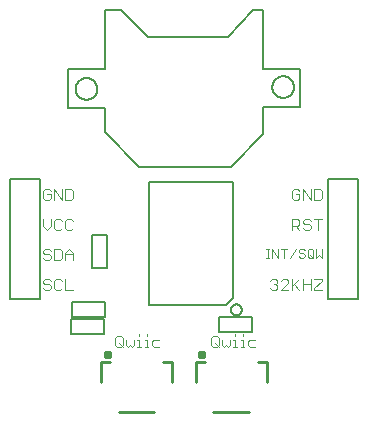
<source format=gbr>
G04 EAGLE Gerber RS-274X export*
G75*
%MOMM*%
%FSLAX34Y34*%
%LPD*%
%AMOC8*
5,1,8,0,0,1.08239X$1,22.5*%
G01*
%ADD10C,0.101600*%
%ADD11C,0.076200*%
%ADD12C,0.127000*%
%ADD13C,0.400000*%
%ADD14C,0.254000*%


D10*
X222972Y117355D02*
X224497Y118880D01*
X227548Y118880D01*
X229073Y117355D01*
X229073Y115829D01*
X227548Y114304D01*
X226023Y114304D01*
X227548Y114304D02*
X229073Y112779D01*
X229073Y111253D01*
X227548Y109728D01*
X224497Y109728D01*
X222972Y111253D01*
X232327Y109728D02*
X238428Y109728D01*
X232327Y109728D02*
X238428Y115829D01*
X238428Y117355D01*
X236903Y118880D01*
X233853Y118880D01*
X232327Y117355D01*
X241682Y118880D02*
X241682Y109728D01*
X241682Y112779D02*
X247784Y118880D01*
X243208Y114304D02*
X247784Y109728D01*
X251038Y109728D02*
X251038Y118880D01*
X251038Y114304D02*
X257139Y114304D01*
X257139Y118880D02*
X257139Y109728D01*
X260393Y118880D02*
X266494Y118880D01*
X266494Y117355D01*
X260393Y111253D01*
X260393Y109728D01*
X266494Y109728D01*
D11*
X222184Y137033D02*
X219727Y137033D01*
X220955Y137033D02*
X220955Y144405D01*
X219727Y144405D02*
X222184Y144405D01*
X224716Y144405D02*
X224716Y137033D01*
X229631Y137033D02*
X224716Y144405D01*
X229631Y144405D02*
X229631Y137033D01*
X234658Y137033D02*
X234658Y144405D01*
X237115Y144405D02*
X232200Y144405D01*
X239684Y137033D02*
X244599Y144405D01*
X250855Y144405D02*
X252083Y143177D01*
X250855Y144405D02*
X248397Y144405D01*
X247169Y143177D01*
X247169Y141948D01*
X248397Y140719D01*
X250855Y140719D01*
X252083Y139490D01*
X252083Y138262D01*
X250855Y137033D01*
X248397Y137033D01*
X247169Y138262D01*
X254653Y138262D02*
X254653Y143177D01*
X255881Y144405D01*
X258339Y144405D01*
X259568Y143177D01*
X259568Y138262D01*
X258339Y137033D01*
X255881Y137033D01*
X254653Y138262D01*
X257110Y139490D02*
X259568Y137033D01*
X262137Y137033D02*
X262137Y144405D01*
X264594Y139490D02*
X262137Y137033D01*
X264594Y139490D02*
X267052Y137033D01*
X267052Y144405D01*
D10*
X241682Y160528D02*
X241682Y169680D01*
X246258Y169680D01*
X247784Y168155D01*
X247784Y165104D01*
X246258Y163579D01*
X241682Y163579D01*
X244733Y163579D02*
X247784Y160528D01*
X255614Y169680D02*
X257139Y168155D01*
X255614Y169680D02*
X252563Y169680D01*
X251038Y168155D01*
X251038Y166629D01*
X252563Y165104D01*
X255614Y165104D01*
X257139Y163579D01*
X257139Y162053D01*
X255614Y160528D01*
X252563Y160528D01*
X251038Y162053D01*
X263443Y160528D02*
X263443Y169680D01*
X260393Y169680D02*
X266494Y169680D01*
X247784Y193555D02*
X246258Y195080D01*
X243208Y195080D01*
X241682Y193555D01*
X241682Y187453D01*
X243208Y185928D01*
X246258Y185928D01*
X247784Y187453D01*
X247784Y190504D01*
X244733Y190504D01*
X251038Y185928D02*
X251038Y195080D01*
X257139Y185928D01*
X257139Y195080D01*
X260393Y195080D02*
X260393Y185928D01*
X264969Y185928D01*
X266494Y187453D01*
X266494Y193555D01*
X264969Y195080D01*
X260393Y195080D01*
X37089Y193555D02*
X35564Y195080D01*
X32513Y195080D01*
X30988Y193555D01*
X30988Y187453D01*
X32513Y185928D01*
X35564Y185928D01*
X37089Y187453D01*
X37089Y190504D01*
X34039Y190504D01*
X40343Y185928D02*
X40343Y195080D01*
X46444Y185928D01*
X46444Y195080D01*
X49698Y195080D02*
X49698Y185928D01*
X54274Y185928D01*
X55800Y187453D01*
X55800Y193555D01*
X54274Y195080D01*
X49698Y195080D01*
X30988Y169680D02*
X30988Y163579D01*
X34039Y160528D01*
X37089Y163579D01*
X37089Y169680D01*
X44919Y169680D02*
X46444Y168155D01*
X44919Y169680D02*
X41868Y169680D01*
X40343Y168155D01*
X40343Y162053D01*
X41868Y160528D01*
X44919Y160528D01*
X46444Y162053D01*
X54274Y169680D02*
X55800Y168155D01*
X54274Y169680D02*
X51224Y169680D01*
X49698Y168155D01*
X49698Y162053D01*
X51224Y160528D01*
X54274Y160528D01*
X55800Y162053D01*
X37089Y142755D02*
X35564Y144280D01*
X32513Y144280D01*
X30988Y142755D01*
X30988Y141229D01*
X32513Y139704D01*
X35564Y139704D01*
X37089Y138179D01*
X37089Y136653D01*
X35564Y135128D01*
X32513Y135128D01*
X30988Y136653D01*
X40343Y135128D02*
X40343Y144280D01*
X40343Y135128D02*
X44919Y135128D01*
X46444Y136653D01*
X46444Y142755D01*
X44919Y144280D01*
X40343Y144280D01*
X49698Y141229D02*
X49698Y135128D01*
X49698Y141229D02*
X52749Y144280D01*
X55800Y141229D01*
X55800Y135128D01*
X55800Y139704D02*
X49698Y139704D01*
X35564Y118880D02*
X37089Y117355D01*
X35564Y118880D02*
X32513Y118880D01*
X30988Y117355D01*
X30988Y115829D01*
X32513Y114304D01*
X35564Y114304D01*
X37089Y112779D01*
X37089Y111253D01*
X35564Y109728D01*
X32513Y109728D01*
X30988Y111253D01*
X44919Y118880D02*
X46444Y117355D01*
X44919Y118880D02*
X41868Y118880D01*
X40343Y117355D01*
X40343Y111253D01*
X41868Y109728D01*
X44919Y109728D01*
X46444Y111253D01*
X49698Y109728D02*
X49698Y118880D01*
X49698Y109728D02*
X55800Y109728D01*
X91948Y69095D02*
X91948Y62993D01*
X91948Y69095D02*
X93473Y70620D01*
X96524Y70620D01*
X98049Y69095D01*
X98049Y62993D01*
X96524Y61468D01*
X93473Y61468D01*
X91948Y62993D01*
X94999Y64519D02*
X98049Y61468D01*
X101303Y62993D02*
X101303Y67569D01*
X101303Y62993D02*
X102828Y61468D01*
X104354Y62993D01*
X105879Y61468D01*
X107404Y62993D01*
X107404Y67569D01*
X110658Y67569D02*
X112184Y67569D01*
X112184Y61468D01*
X113709Y61468D02*
X110658Y61468D01*
X112184Y70620D02*
X112184Y72145D01*
X116895Y67569D02*
X118420Y67569D01*
X118420Y61468D01*
X116895Y61468D02*
X119946Y61468D01*
X118420Y70620D02*
X118420Y72145D01*
X124657Y67569D02*
X129233Y67569D01*
X124657Y67569D02*
X123132Y66044D01*
X123132Y62993D01*
X124657Y61468D01*
X129233Y61468D01*
X173228Y62993D02*
X173228Y69095D01*
X174753Y70620D01*
X177804Y70620D01*
X179329Y69095D01*
X179329Y62993D01*
X177804Y61468D01*
X174753Y61468D01*
X173228Y62993D01*
X176279Y64519D02*
X179329Y61468D01*
X182583Y62993D02*
X182583Y67569D01*
X182583Y62993D02*
X184108Y61468D01*
X185634Y62993D01*
X187159Y61468D01*
X188684Y62993D01*
X188684Y67569D01*
X191938Y67569D02*
X193464Y67569D01*
X193464Y61468D01*
X194989Y61468D02*
X191938Y61468D01*
X193464Y70620D02*
X193464Y72145D01*
X198175Y67569D02*
X199700Y67569D01*
X199700Y61468D01*
X198175Y61468D02*
X201226Y61468D01*
X199700Y70620D02*
X199700Y72145D01*
X205937Y67569D02*
X210513Y67569D01*
X205937Y67569D02*
X204412Y66044D01*
X204412Y62993D01*
X205937Y61468D01*
X210513Y61468D01*
D12*
X207182Y74012D02*
X179242Y74012D01*
X179242Y86712D01*
X207182Y86712D01*
X207182Y74012D01*
X85058Y128552D02*
X85058Y156492D01*
X85058Y128552D02*
X72358Y128552D01*
X72358Y156492D01*
X85058Y156492D01*
X27700Y102200D02*
X2300Y102200D01*
X2300Y203800D01*
X27700Y203800D01*
X27700Y102200D01*
D13*
X83586Y55000D02*
X83588Y55075D01*
X83594Y55149D01*
X83604Y55223D01*
X83617Y55296D01*
X83635Y55369D01*
X83656Y55440D01*
X83681Y55511D01*
X83710Y55580D01*
X83743Y55647D01*
X83779Y55712D01*
X83818Y55776D01*
X83860Y55837D01*
X83906Y55896D01*
X83955Y55953D01*
X84007Y56006D01*
X84061Y56057D01*
X84118Y56106D01*
X84178Y56150D01*
X84240Y56192D01*
X84304Y56231D01*
X84370Y56266D01*
X84437Y56297D01*
X84507Y56325D01*
X84577Y56349D01*
X84649Y56370D01*
X84722Y56386D01*
X84795Y56399D01*
X84870Y56408D01*
X84944Y56413D01*
X85019Y56414D01*
X85093Y56411D01*
X85168Y56404D01*
X85241Y56393D01*
X85315Y56379D01*
X85387Y56360D01*
X85458Y56338D01*
X85528Y56312D01*
X85597Y56282D01*
X85663Y56249D01*
X85728Y56212D01*
X85791Y56172D01*
X85852Y56128D01*
X85910Y56082D01*
X85966Y56032D01*
X86019Y55980D01*
X86070Y55925D01*
X86117Y55867D01*
X86161Y55807D01*
X86202Y55744D01*
X86240Y55680D01*
X86274Y55614D01*
X86305Y55545D01*
X86332Y55476D01*
X86355Y55405D01*
X86374Y55333D01*
X86390Y55260D01*
X86402Y55186D01*
X86410Y55112D01*
X86414Y55037D01*
X86414Y54963D01*
X86410Y54888D01*
X86402Y54814D01*
X86390Y54740D01*
X86374Y54667D01*
X86355Y54595D01*
X86332Y54524D01*
X86305Y54455D01*
X86274Y54386D01*
X86240Y54320D01*
X86202Y54256D01*
X86161Y54193D01*
X86117Y54133D01*
X86070Y54075D01*
X86019Y54020D01*
X85966Y53968D01*
X85910Y53918D01*
X85852Y53872D01*
X85791Y53828D01*
X85728Y53788D01*
X85663Y53751D01*
X85597Y53718D01*
X85528Y53688D01*
X85458Y53662D01*
X85387Y53640D01*
X85315Y53621D01*
X85241Y53607D01*
X85168Y53596D01*
X85093Y53589D01*
X85019Y53586D01*
X84944Y53587D01*
X84870Y53592D01*
X84795Y53601D01*
X84722Y53614D01*
X84649Y53630D01*
X84577Y53651D01*
X84507Y53675D01*
X84437Y53703D01*
X84370Y53734D01*
X84304Y53769D01*
X84240Y53808D01*
X84178Y53850D01*
X84118Y53894D01*
X84061Y53943D01*
X84007Y53994D01*
X83955Y54047D01*
X83906Y54104D01*
X83860Y54163D01*
X83818Y54224D01*
X83779Y54288D01*
X83743Y54353D01*
X83710Y54420D01*
X83681Y54489D01*
X83656Y54560D01*
X83635Y54631D01*
X83617Y54704D01*
X83604Y54777D01*
X83594Y54851D01*
X83588Y54925D01*
X83586Y55000D01*
D14*
X95000Y6000D02*
X125000Y6000D01*
X80000Y32000D02*
X80000Y48500D01*
X132500Y48500D02*
X140000Y48500D01*
X140000Y32000D01*
X87500Y48500D02*
X80000Y48500D01*
D13*
X163586Y55000D02*
X163588Y55075D01*
X163594Y55149D01*
X163604Y55223D01*
X163617Y55296D01*
X163635Y55369D01*
X163656Y55440D01*
X163681Y55511D01*
X163710Y55580D01*
X163743Y55647D01*
X163779Y55712D01*
X163818Y55776D01*
X163860Y55837D01*
X163906Y55896D01*
X163955Y55953D01*
X164007Y56006D01*
X164061Y56057D01*
X164118Y56106D01*
X164178Y56150D01*
X164240Y56192D01*
X164304Y56231D01*
X164370Y56266D01*
X164437Y56297D01*
X164507Y56325D01*
X164577Y56349D01*
X164649Y56370D01*
X164722Y56386D01*
X164795Y56399D01*
X164870Y56408D01*
X164944Y56413D01*
X165019Y56414D01*
X165093Y56411D01*
X165168Y56404D01*
X165241Y56393D01*
X165315Y56379D01*
X165387Y56360D01*
X165458Y56338D01*
X165528Y56312D01*
X165597Y56282D01*
X165663Y56249D01*
X165728Y56212D01*
X165791Y56172D01*
X165852Y56128D01*
X165910Y56082D01*
X165966Y56032D01*
X166019Y55980D01*
X166070Y55925D01*
X166117Y55867D01*
X166161Y55807D01*
X166202Y55744D01*
X166240Y55680D01*
X166274Y55614D01*
X166305Y55545D01*
X166332Y55476D01*
X166355Y55405D01*
X166374Y55333D01*
X166390Y55260D01*
X166402Y55186D01*
X166410Y55112D01*
X166414Y55037D01*
X166414Y54963D01*
X166410Y54888D01*
X166402Y54814D01*
X166390Y54740D01*
X166374Y54667D01*
X166355Y54595D01*
X166332Y54524D01*
X166305Y54455D01*
X166274Y54386D01*
X166240Y54320D01*
X166202Y54256D01*
X166161Y54193D01*
X166117Y54133D01*
X166070Y54075D01*
X166019Y54020D01*
X165966Y53968D01*
X165910Y53918D01*
X165852Y53872D01*
X165791Y53828D01*
X165728Y53788D01*
X165663Y53751D01*
X165597Y53718D01*
X165528Y53688D01*
X165458Y53662D01*
X165387Y53640D01*
X165315Y53621D01*
X165241Y53607D01*
X165168Y53596D01*
X165093Y53589D01*
X165019Y53586D01*
X164944Y53587D01*
X164870Y53592D01*
X164795Y53601D01*
X164722Y53614D01*
X164649Y53630D01*
X164577Y53651D01*
X164507Y53675D01*
X164437Y53703D01*
X164370Y53734D01*
X164304Y53769D01*
X164240Y53808D01*
X164178Y53850D01*
X164118Y53894D01*
X164061Y53943D01*
X164007Y53994D01*
X163955Y54047D01*
X163906Y54104D01*
X163860Y54163D01*
X163818Y54224D01*
X163779Y54288D01*
X163743Y54353D01*
X163710Y54420D01*
X163681Y54489D01*
X163656Y54560D01*
X163635Y54631D01*
X163617Y54704D01*
X163604Y54777D01*
X163594Y54851D01*
X163588Y54925D01*
X163586Y55000D01*
D14*
X175000Y6000D02*
X205000Y6000D01*
X160000Y32000D02*
X160000Y48500D01*
X212500Y48500D02*
X220000Y48500D01*
X220000Y32000D01*
X167500Y48500D02*
X160000Y48500D01*
D12*
X272300Y102200D02*
X297700Y102200D01*
X272300Y102200D02*
X272300Y203800D01*
X297700Y203800D01*
X297700Y102200D01*
X82752Y86598D02*
X54812Y86598D01*
X54812Y99298D01*
X82752Y99298D01*
X82752Y86598D01*
X82498Y72120D02*
X54558Y72120D01*
X54558Y84820D01*
X82498Y84820D01*
X82498Y72120D01*
X120650Y96730D02*
X120650Y200870D01*
X191770Y200870D01*
X191770Y103080D01*
X185420Y96730D01*
X120650Y96730D01*
X189731Y92920D02*
X189733Y93055D01*
X189739Y93190D01*
X189749Y93325D01*
X189763Y93459D01*
X189781Y93593D01*
X189803Y93726D01*
X189828Y93859D01*
X189858Y93991D01*
X189891Y94121D01*
X189929Y94251D01*
X189970Y94380D01*
X190015Y94507D01*
X190064Y94633D01*
X190116Y94758D01*
X190172Y94881D01*
X190232Y95002D01*
X190295Y95121D01*
X190361Y95239D01*
X190432Y95354D01*
X190505Y95467D01*
X190582Y95579D01*
X190662Y95687D01*
X190745Y95794D01*
X190831Y95898D01*
X190921Y95999D01*
X191013Y96098D01*
X191108Y96193D01*
X191206Y96286D01*
X191307Y96377D01*
X191410Y96464D01*
X191516Y96548D01*
X191624Y96628D01*
X191735Y96706D01*
X191847Y96780D01*
X191962Y96851D01*
X192079Y96919D01*
X192198Y96983D01*
X192319Y97043D01*
X192441Y97100D01*
X192565Y97154D01*
X192691Y97203D01*
X192818Y97249D01*
X192946Y97291D01*
X193076Y97330D01*
X193207Y97364D01*
X193338Y97395D01*
X193471Y97421D01*
X193604Y97444D01*
X193737Y97463D01*
X193872Y97478D01*
X194006Y97489D01*
X194141Y97496D01*
X194276Y97499D01*
X194411Y97498D01*
X194546Y97493D01*
X194681Y97484D01*
X194815Y97471D01*
X194950Y97454D01*
X195083Y97433D01*
X195216Y97409D01*
X195348Y97380D01*
X195479Y97347D01*
X195609Y97311D01*
X195738Y97271D01*
X195866Y97227D01*
X195992Y97179D01*
X196117Y97127D01*
X196240Y97072D01*
X196362Y97014D01*
X196482Y96951D01*
X196599Y96886D01*
X196715Y96816D01*
X196829Y96744D01*
X196941Y96668D01*
X197050Y96588D01*
X197157Y96506D01*
X197262Y96420D01*
X197364Y96332D01*
X197463Y96240D01*
X197560Y96146D01*
X197653Y96049D01*
X197744Y95949D01*
X197832Y95846D01*
X197917Y95741D01*
X197999Y95633D01*
X198077Y95523D01*
X198152Y95411D01*
X198224Y95297D01*
X198292Y95180D01*
X198357Y95062D01*
X198419Y94941D01*
X198476Y94819D01*
X198531Y94696D01*
X198581Y94570D01*
X198628Y94444D01*
X198671Y94316D01*
X198710Y94186D01*
X198746Y94056D01*
X198777Y93925D01*
X198805Y93793D01*
X198829Y93660D01*
X198849Y93526D01*
X198865Y93392D01*
X198877Y93257D01*
X198885Y93123D01*
X198889Y92988D01*
X198889Y92852D01*
X198885Y92717D01*
X198877Y92583D01*
X198865Y92448D01*
X198849Y92314D01*
X198829Y92180D01*
X198805Y92047D01*
X198777Y91915D01*
X198746Y91784D01*
X198710Y91654D01*
X198671Y91524D01*
X198628Y91396D01*
X198581Y91270D01*
X198531Y91144D01*
X198476Y91021D01*
X198419Y90899D01*
X198357Y90778D01*
X198292Y90660D01*
X198224Y90543D01*
X198152Y90429D01*
X198077Y90317D01*
X197999Y90207D01*
X197917Y90099D01*
X197832Y89994D01*
X197744Y89891D01*
X197653Y89791D01*
X197560Y89694D01*
X197463Y89600D01*
X197364Y89508D01*
X197262Y89420D01*
X197157Y89334D01*
X197050Y89252D01*
X196941Y89172D01*
X196829Y89096D01*
X196715Y89024D01*
X196600Y88954D01*
X196482Y88889D01*
X196362Y88826D01*
X196240Y88768D01*
X196117Y88713D01*
X195992Y88661D01*
X195866Y88613D01*
X195738Y88569D01*
X195609Y88529D01*
X195479Y88493D01*
X195348Y88460D01*
X195216Y88431D01*
X195083Y88407D01*
X194950Y88386D01*
X194815Y88369D01*
X194681Y88356D01*
X194546Y88347D01*
X194411Y88342D01*
X194276Y88341D01*
X194141Y88344D01*
X194006Y88351D01*
X193872Y88362D01*
X193737Y88377D01*
X193604Y88396D01*
X193471Y88419D01*
X193338Y88445D01*
X193207Y88476D01*
X193076Y88510D01*
X192946Y88549D01*
X192818Y88591D01*
X192691Y88637D01*
X192565Y88686D01*
X192441Y88740D01*
X192319Y88797D01*
X192198Y88857D01*
X192079Y88921D01*
X191962Y88989D01*
X191847Y89060D01*
X191735Y89134D01*
X191624Y89212D01*
X191516Y89292D01*
X191410Y89376D01*
X191307Y89463D01*
X191206Y89554D01*
X191108Y89647D01*
X191013Y89742D01*
X190921Y89841D01*
X190831Y89942D01*
X190745Y90046D01*
X190662Y90153D01*
X190582Y90261D01*
X190505Y90373D01*
X190432Y90486D01*
X190361Y90601D01*
X190295Y90719D01*
X190232Y90838D01*
X190172Y90959D01*
X190116Y91082D01*
X190064Y91207D01*
X190015Y91333D01*
X189970Y91460D01*
X189929Y91589D01*
X189891Y91719D01*
X189858Y91849D01*
X189828Y91981D01*
X189803Y92114D01*
X189781Y92247D01*
X189763Y92381D01*
X189749Y92515D01*
X189739Y92650D01*
X189733Y92785D01*
X189731Y92920D01*
X58302Y280000D02*
X58305Y280225D01*
X58313Y280449D01*
X58327Y280674D01*
X58346Y280898D01*
X58371Y281121D01*
X58401Y281344D01*
X58437Y281566D01*
X58478Y281787D01*
X58525Y282007D01*
X58576Y282225D01*
X58634Y282443D01*
X58696Y282658D01*
X58764Y282873D01*
X58837Y283085D01*
X58916Y283296D01*
X58999Y283505D01*
X59088Y283711D01*
X59181Y283916D01*
X59280Y284118D01*
X59383Y284317D01*
X59492Y284514D01*
X59605Y284708D01*
X59723Y284900D01*
X59845Y285088D01*
X59973Y285273D01*
X60104Y285455D01*
X60240Y285634D01*
X60381Y285810D01*
X60525Y285982D01*
X60674Y286150D01*
X60827Y286315D01*
X60984Y286476D01*
X61145Y286633D01*
X61310Y286786D01*
X61478Y286935D01*
X61650Y287079D01*
X61826Y287220D01*
X62005Y287356D01*
X62187Y287487D01*
X62372Y287615D01*
X62560Y287737D01*
X62752Y287855D01*
X62946Y287968D01*
X63143Y288077D01*
X63342Y288180D01*
X63544Y288279D01*
X63749Y288372D01*
X63955Y288461D01*
X64164Y288544D01*
X64375Y288623D01*
X64587Y288696D01*
X64802Y288764D01*
X65017Y288826D01*
X65235Y288884D01*
X65453Y288935D01*
X65673Y288982D01*
X65894Y289023D01*
X66116Y289059D01*
X66339Y289089D01*
X66562Y289114D01*
X66786Y289133D01*
X67011Y289147D01*
X67235Y289155D01*
X67460Y289158D01*
X67685Y289155D01*
X67909Y289147D01*
X68134Y289133D01*
X68358Y289114D01*
X68581Y289089D01*
X68804Y289059D01*
X69026Y289023D01*
X69247Y288982D01*
X69467Y288935D01*
X69685Y288884D01*
X69903Y288826D01*
X70118Y288764D01*
X70333Y288696D01*
X70545Y288623D01*
X70756Y288544D01*
X70965Y288461D01*
X71171Y288372D01*
X71376Y288279D01*
X71578Y288180D01*
X71777Y288077D01*
X71974Y287968D01*
X72168Y287855D01*
X72360Y287737D01*
X72548Y287615D01*
X72733Y287487D01*
X72915Y287356D01*
X73094Y287220D01*
X73270Y287079D01*
X73442Y286935D01*
X73610Y286786D01*
X73775Y286633D01*
X73936Y286476D01*
X74093Y286315D01*
X74246Y286150D01*
X74395Y285982D01*
X74539Y285810D01*
X74680Y285634D01*
X74816Y285455D01*
X74947Y285273D01*
X75075Y285088D01*
X75197Y284900D01*
X75315Y284708D01*
X75428Y284514D01*
X75537Y284317D01*
X75640Y284118D01*
X75739Y283916D01*
X75832Y283711D01*
X75921Y283505D01*
X76004Y283296D01*
X76083Y283085D01*
X76156Y282873D01*
X76224Y282658D01*
X76286Y282443D01*
X76344Y282225D01*
X76395Y282007D01*
X76442Y281787D01*
X76483Y281566D01*
X76519Y281344D01*
X76549Y281121D01*
X76574Y280898D01*
X76593Y280674D01*
X76607Y280449D01*
X76615Y280225D01*
X76618Y280000D01*
X76615Y279775D01*
X76607Y279551D01*
X76593Y279326D01*
X76574Y279102D01*
X76549Y278879D01*
X76519Y278656D01*
X76483Y278434D01*
X76442Y278213D01*
X76395Y277993D01*
X76344Y277775D01*
X76286Y277557D01*
X76224Y277342D01*
X76156Y277127D01*
X76083Y276915D01*
X76004Y276704D01*
X75921Y276495D01*
X75832Y276289D01*
X75739Y276084D01*
X75640Y275882D01*
X75537Y275683D01*
X75428Y275486D01*
X75315Y275292D01*
X75197Y275100D01*
X75075Y274912D01*
X74947Y274727D01*
X74816Y274545D01*
X74680Y274366D01*
X74539Y274190D01*
X74395Y274018D01*
X74246Y273850D01*
X74093Y273685D01*
X73936Y273524D01*
X73775Y273367D01*
X73610Y273214D01*
X73442Y273065D01*
X73270Y272921D01*
X73094Y272780D01*
X72915Y272644D01*
X72733Y272513D01*
X72548Y272385D01*
X72360Y272263D01*
X72168Y272145D01*
X71974Y272032D01*
X71777Y271923D01*
X71578Y271820D01*
X71376Y271721D01*
X71171Y271628D01*
X70965Y271539D01*
X70756Y271456D01*
X70545Y271377D01*
X70333Y271304D01*
X70118Y271236D01*
X69903Y271174D01*
X69685Y271116D01*
X69467Y271065D01*
X69247Y271018D01*
X69026Y270977D01*
X68804Y270941D01*
X68581Y270911D01*
X68358Y270886D01*
X68134Y270867D01*
X67909Y270853D01*
X67685Y270845D01*
X67460Y270842D01*
X67235Y270845D01*
X67011Y270853D01*
X66786Y270867D01*
X66562Y270886D01*
X66339Y270911D01*
X66116Y270941D01*
X65894Y270977D01*
X65673Y271018D01*
X65453Y271065D01*
X65235Y271116D01*
X65017Y271174D01*
X64802Y271236D01*
X64587Y271304D01*
X64375Y271377D01*
X64164Y271456D01*
X63955Y271539D01*
X63749Y271628D01*
X63544Y271721D01*
X63342Y271820D01*
X63143Y271923D01*
X62946Y272032D01*
X62752Y272145D01*
X62560Y272263D01*
X62372Y272385D01*
X62187Y272513D01*
X62005Y272644D01*
X61826Y272780D01*
X61650Y272921D01*
X61478Y273065D01*
X61310Y273214D01*
X61145Y273367D01*
X60984Y273524D01*
X60827Y273685D01*
X60674Y273850D01*
X60525Y274018D01*
X60381Y274190D01*
X60240Y274366D01*
X60104Y274545D01*
X59973Y274727D01*
X59845Y274912D01*
X59723Y275100D01*
X59605Y275292D01*
X59492Y275486D01*
X59383Y275683D01*
X59280Y275882D01*
X59181Y276084D01*
X59088Y276289D01*
X58999Y276495D01*
X58916Y276704D01*
X58837Y276915D01*
X58764Y277127D01*
X58696Y277342D01*
X58634Y277557D01*
X58576Y277775D01*
X58525Y277993D01*
X58478Y278213D01*
X58437Y278434D01*
X58401Y278656D01*
X58371Y278879D01*
X58346Y279102D01*
X58327Y279326D01*
X58313Y279551D01*
X58305Y279775D01*
X58302Y280000D01*
X224842Y281540D02*
X224845Y281765D01*
X224853Y281989D01*
X224867Y282214D01*
X224886Y282438D01*
X224911Y282661D01*
X224941Y282884D01*
X224977Y283106D01*
X225018Y283327D01*
X225065Y283547D01*
X225116Y283765D01*
X225174Y283983D01*
X225236Y284198D01*
X225304Y284413D01*
X225377Y284625D01*
X225456Y284836D01*
X225539Y285045D01*
X225628Y285251D01*
X225721Y285456D01*
X225820Y285658D01*
X225923Y285857D01*
X226032Y286054D01*
X226145Y286248D01*
X226263Y286440D01*
X226385Y286628D01*
X226513Y286813D01*
X226644Y286995D01*
X226780Y287174D01*
X226921Y287350D01*
X227065Y287522D01*
X227214Y287690D01*
X227367Y287855D01*
X227524Y288016D01*
X227685Y288173D01*
X227850Y288326D01*
X228018Y288475D01*
X228190Y288619D01*
X228366Y288760D01*
X228545Y288896D01*
X228727Y289027D01*
X228912Y289155D01*
X229100Y289277D01*
X229292Y289395D01*
X229486Y289508D01*
X229683Y289617D01*
X229882Y289720D01*
X230084Y289819D01*
X230289Y289912D01*
X230495Y290001D01*
X230704Y290084D01*
X230915Y290163D01*
X231127Y290236D01*
X231342Y290304D01*
X231557Y290366D01*
X231775Y290424D01*
X231993Y290475D01*
X232213Y290522D01*
X232434Y290563D01*
X232656Y290599D01*
X232879Y290629D01*
X233102Y290654D01*
X233326Y290673D01*
X233551Y290687D01*
X233775Y290695D01*
X234000Y290698D01*
X234225Y290695D01*
X234449Y290687D01*
X234674Y290673D01*
X234898Y290654D01*
X235121Y290629D01*
X235344Y290599D01*
X235566Y290563D01*
X235787Y290522D01*
X236007Y290475D01*
X236225Y290424D01*
X236443Y290366D01*
X236658Y290304D01*
X236873Y290236D01*
X237085Y290163D01*
X237296Y290084D01*
X237505Y290001D01*
X237711Y289912D01*
X237916Y289819D01*
X238118Y289720D01*
X238317Y289617D01*
X238514Y289508D01*
X238708Y289395D01*
X238900Y289277D01*
X239088Y289155D01*
X239273Y289027D01*
X239455Y288896D01*
X239634Y288760D01*
X239810Y288619D01*
X239982Y288475D01*
X240150Y288326D01*
X240315Y288173D01*
X240476Y288016D01*
X240633Y287855D01*
X240786Y287690D01*
X240935Y287522D01*
X241079Y287350D01*
X241220Y287174D01*
X241356Y286995D01*
X241487Y286813D01*
X241615Y286628D01*
X241737Y286440D01*
X241855Y286248D01*
X241968Y286054D01*
X242077Y285857D01*
X242180Y285658D01*
X242279Y285456D01*
X242372Y285251D01*
X242461Y285045D01*
X242544Y284836D01*
X242623Y284625D01*
X242696Y284413D01*
X242764Y284198D01*
X242826Y283983D01*
X242884Y283765D01*
X242935Y283547D01*
X242982Y283327D01*
X243023Y283106D01*
X243059Y282884D01*
X243089Y282661D01*
X243114Y282438D01*
X243133Y282214D01*
X243147Y281989D01*
X243155Y281765D01*
X243158Y281540D01*
X243155Y281315D01*
X243147Y281091D01*
X243133Y280866D01*
X243114Y280642D01*
X243089Y280419D01*
X243059Y280196D01*
X243023Y279974D01*
X242982Y279753D01*
X242935Y279533D01*
X242884Y279315D01*
X242826Y279097D01*
X242764Y278882D01*
X242696Y278667D01*
X242623Y278455D01*
X242544Y278244D01*
X242461Y278035D01*
X242372Y277829D01*
X242279Y277624D01*
X242180Y277422D01*
X242077Y277223D01*
X241968Y277026D01*
X241855Y276832D01*
X241737Y276640D01*
X241615Y276452D01*
X241487Y276267D01*
X241356Y276085D01*
X241220Y275906D01*
X241079Y275730D01*
X240935Y275558D01*
X240786Y275390D01*
X240633Y275225D01*
X240476Y275064D01*
X240315Y274907D01*
X240150Y274754D01*
X239982Y274605D01*
X239810Y274461D01*
X239634Y274320D01*
X239455Y274184D01*
X239273Y274053D01*
X239088Y273925D01*
X238900Y273803D01*
X238708Y273685D01*
X238514Y273572D01*
X238317Y273463D01*
X238118Y273360D01*
X237916Y273261D01*
X237711Y273168D01*
X237505Y273079D01*
X237296Y272996D01*
X237085Y272917D01*
X236873Y272844D01*
X236658Y272776D01*
X236443Y272714D01*
X236225Y272656D01*
X236007Y272605D01*
X235787Y272558D01*
X235566Y272517D01*
X235344Y272481D01*
X235121Y272451D01*
X234898Y272426D01*
X234674Y272407D01*
X234449Y272393D01*
X234225Y272385D01*
X234000Y272382D01*
X233775Y272385D01*
X233551Y272393D01*
X233326Y272407D01*
X233102Y272426D01*
X232879Y272451D01*
X232656Y272481D01*
X232434Y272517D01*
X232213Y272558D01*
X231993Y272605D01*
X231775Y272656D01*
X231557Y272714D01*
X231342Y272776D01*
X231127Y272844D01*
X230915Y272917D01*
X230704Y272996D01*
X230495Y273079D01*
X230289Y273168D01*
X230084Y273261D01*
X229882Y273360D01*
X229683Y273463D01*
X229486Y273572D01*
X229292Y273685D01*
X229100Y273803D01*
X228912Y273925D01*
X228727Y274053D01*
X228545Y274184D01*
X228366Y274320D01*
X228190Y274461D01*
X228018Y274605D01*
X227850Y274754D01*
X227685Y274907D01*
X227524Y275064D01*
X227367Y275225D01*
X227214Y275390D01*
X227065Y275558D01*
X226921Y275730D01*
X226780Y275906D01*
X226644Y276085D01*
X226513Y276267D01*
X226385Y276452D01*
X226263Y276640D01*
X226145Y276832D01*
X226032Y277026D01*
X225923Y277223D01*
X225820Y277422D01*
X225721Y277624D01*
X225628Y277829D01*
X225539Y278035D01*
X225456Y278244D01*
X225377Y278455D01*
X225304Y278667D01*
X225236Y278882D01*
X225174Y279097D01*
X225116Y279315D01*
X225065Y279533D01*
X225018Y279753D01*
X224977Y279974D01*
X224941Y280196D01*
X224911Y280419D01*
X224886Y280642D01*
X224867Y280866D01*
X224853Y281091D01*
X224845Y281315D01*
X224842Y281540D01*
X83400Y263600D02*
X51600Y263600D01*
X83400Y263600D02*
X83400Y243280D01*
X111740Y213400D01*
X189800Y213400D01*
X216600Y241740D01*
X216600Y264600D01*
X248400Y264600D01*
X248400Y296400D01*
X216600Y296400D01*
X216600Y346520D01*
X208420Y346520D01*
X187020Y324040D01*
X119520Y324040D01*
X96660Y346520D01*
X83400Y346520D01*
X83400Y296400D01*
X51600Y296400D01*
X51600Y263600D01*
M02*

</source>
